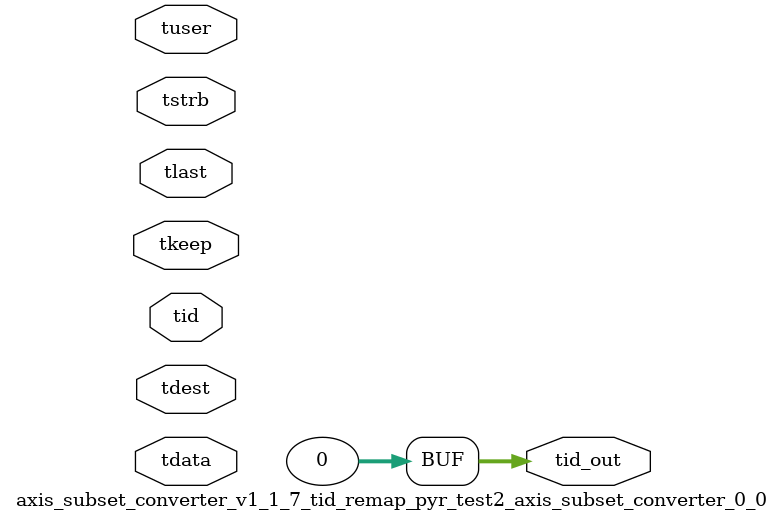
<source format=v>


`timescale 1ps/1ps

module axis_subset_converter_v1_1_7_tid_remap_pyr_test2_axis_subset_converter_0_0 #
(
parameter C_S_AXIS_TID_WIDTH   = 1,
parameter C_S_AXIS_TUSER_WIDTH = 0,
parameter C_S_AXIS_TDATA_WIDTH = 0,
parameter C_S_AXIS_TDEST_WIDTH = 0,
parameter C_M_AXIS_TID_WIDTH   = 32
)
(
input  [(C_S_AXIS_TID_WIDTH   == 0 ? 1 : C_S_AXIS_TID_WIDTH)-1:0       ] tid,
input  [(C_S_AXIS_TDATA_WIDTH == 0 ? 1 : C_S_AXIS_TDATA_WIDTH)-1:0     ] tdata,
input  [(C_S_AXIS_TUSER_WIDTH == 0 ? 1 : C_S_AXIS_TUSER_WIDTH)-1:0     ] tuser,
input  [(C_S_AXIS_TDEST_WIDTH == 0 ? 1 : C_S_AXIS_TDEST_WIDTH)-1:0     ] tdest,
input  [(C_S_AXIS_TDATA_WIDTH/8)-1:0 ] tkeep,
input  [(C_S_AXIS_TDATA_WIDTH/8)-1:0 ] tstrb,
input                                                                    tlast,
output [(C_M_AXIS_TID_WIDTH   == 0 ? 1 : C_M_AXIS_TID_WIDTH)-1:0       ] tid_out
);

assign tid_out = {1'b0};

endmodule


</source>
